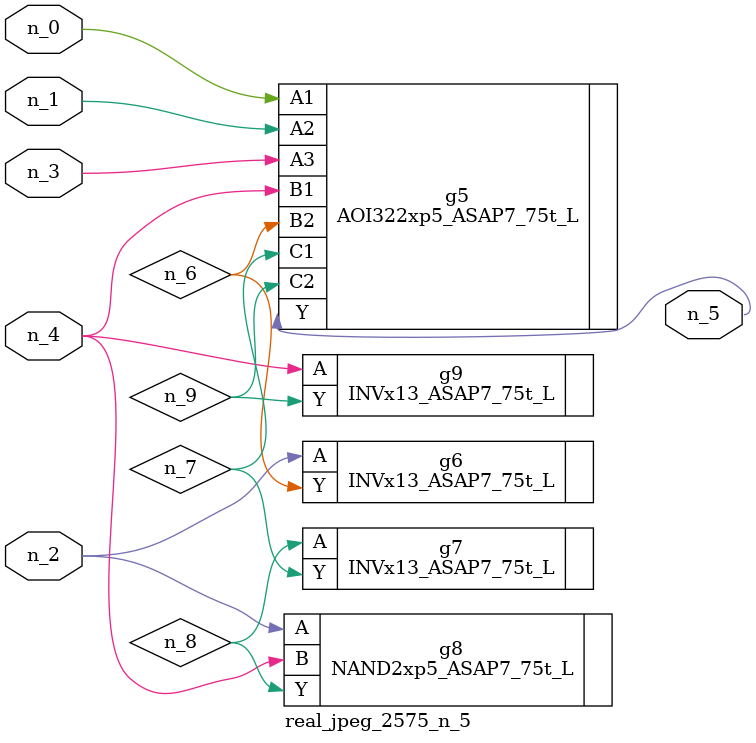
<source format=v>
module real_jpeg_2575_n_5 (n_4, n_0, n_1, n_2, n_3, n_5);

input n_4;
input n_0;
input n_1;
input n_2;
input n_3;

output n_5;

wire n_8;
wire n_6;
wire n_7;
wire n_9;

AOI322xp5_ASAP7_75t_L g5 ( 
.A1(n_0),
.A2(n_1),
.A3(n_3),
.B1(n_4),
.B2(n_6),
.C1(n_7),
.C2(n_9),
.Y(n_5)
);

INVx13_ASAP7_75t_L g6 ( 
.A(n_2),
.Y(n_6)
);

NAND2xp5_ASAP7_75t_L g8 ( 
.A(n_2),
.B(n_4),
.Y(n_8)
);

INVx13_ASAP7_75t_L g9 ( 
.A(n_4),
.Y(n_9)
);

INVx13_ASAP7_75t_L g7 ( 
.A(n_8),
.Y(n_7)
);


endmodule
</source>
